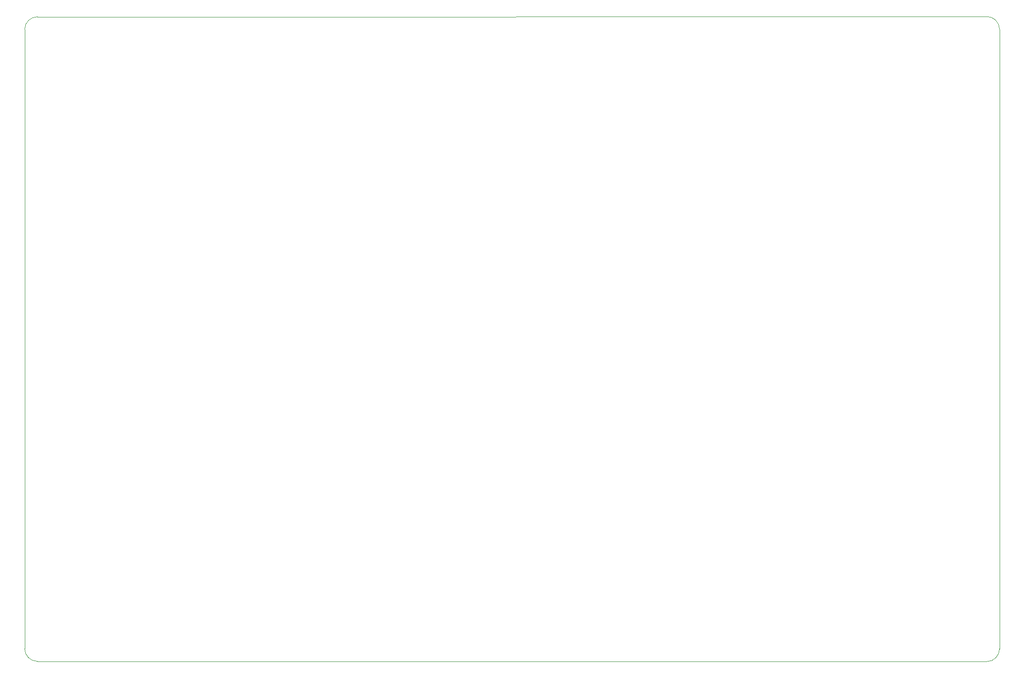
<source format=gm1>
%TF.GenerationSoftware,KiCad,Pcbnew,7.0.10*%
%TF.CreationDate,2024-03-17T10:20:00-07:00*%
%TF.ProjectId,cpu,6370752e-6b69-4636-9164-5f7063625858,1.1*%
%TF.SameCoordinates,Original*%
%TF.FileFunction,Profile,NP*%
%FSLAX46Y46*%
G04 Gerber Fmt 4.6, Leading zero omitted, Abs format (unit mm)*
G04 Created by KiCad (PCBNEW 7.0.10) date 2024-03-17 10:20:00*
%MOMM*%
%LPD*%
G01*
G04 APERTURE LIST*
%TA.AperFunction,Profile*%
%ADD10C,0.100000*%
%TD*%
G04 APERTURE END LIST*
D10*
X41910000Y-142290800D02*
G75*
G03*
X44246800Y-144627600I2336800J0D01*
G01*
X44246800Y-25755048D02*
G75*
G03*
X41910000Y-28041600I0J-2337352D01*
G01*
X41910000Y-142290800D02*
X41910000Y-28041600D01*
X219151200Y-144678400D02*
X44246800Y-144627600D01*
X44246800Y-25755048D02*
X219151200Y-25704800D01*
X221488000Y-28041600D02*
G75*
G03*
X219151200Y-25704800I-2336800J0D01*
G01*
X219151200Y-144678400D02*
G75*
G03*
X221488000Y-142341600I0J2336800D01*
G01*
X221488000Y-28041600D02*
X221488000Y-142341600D01*
M02*

</source>
